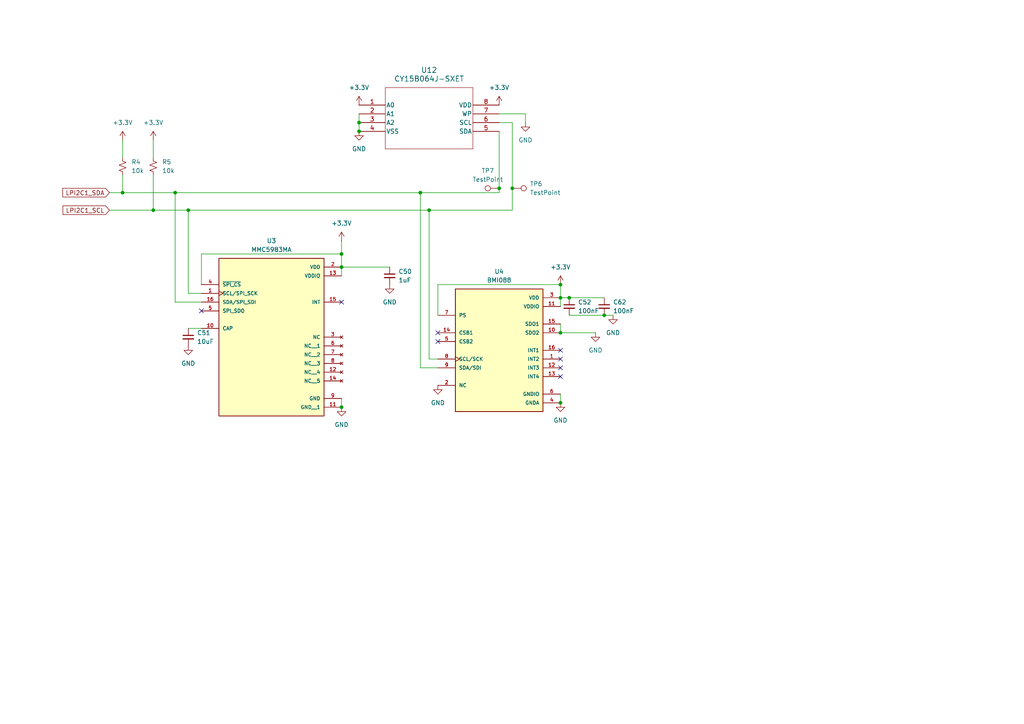
<source format=kicad_sch>
(kicad_sch (version 20250114) (generator "eeschema") (generator_version "9.0")
  (paper "A4")
  (title_block (title "Payload Board for Pleiades Atlas") (rev "v0.2") (company "Northeastern University") (comment 1 "Designed by Madhav Kapa"))
  (lib_symbols
    (symbol "BMI088:BMI088" (pin_names (offset 1.016))
      (property "Reference" "U" (at -12.7 18.415 0))
      (property "Value" "BMI088" (at -12.7 -20.32 0))
      (symbol "BMI088_0_0"
        (rectangle (start -12.7 -17.78) (end 12.7 17.78) (stroke (width 0.254)) (fill (type background)))
        (pin input line (at -17.78 10.16 0) (length 5.08) (name "PS") (number "7"))
        (pin input line (at -17.78 5.08 0) (length 5.08) (name "CSB1") (number "14"))
        (pin input line (at -17.78 2.54 0) (length 5.08) (name "CSB2") (number "5"))
        (pin input clock (at -17.78 -2.54 0) (length 5.08) (name "SCL/SCK") (number "8"))
        (pin bidirectional line (at -17.78 -5.08 0) (length 5.08) (name "SDA/SDI") (number "9"))
        (pin passive line (at -17.78 -10.16 0) (length 5.08) (name "NC") (number "2"))
        (pin power_in line (at 17.78 15.24 180) (length 5.08) (name "VDD") (number "3"))
        (pin power_in line (at 17.78 12.7 180) (length 5.08) (name "VDDIO") (number "11"))
        (pin output line (at 17.78 7.62 180) (length 5.08) (name "SDO1") (number "15"))
        (pin output line (at 17.78 5.08 180) (length 5.08) (name "SDO2") (number "10"))
        (pin bidirectional line (at 17.78 0 180) (length 5.08) (name "INT1") (number "16"))
        (pin bidirectional line (at 17.78 -2.54 180) (length 5.08) (name "INT2") (number "1"))
        (pin bidirectional line (at 17.78 -5.08 180) (length 5.08) (name "INT3") (number "12"))
        (pin bidirectional line (at 17.78 -7.62 180) (length 5.08) (name "INT4") (number "13"))
        (pin power_in line (at 17.78 -12.7 180) (length 5.08) (name "GNDIO") (number "6"))
        (pin power_in line (at 17.78 -15.24 180) (length 5.08) (name "GNDA") (number "4"))
      )
    )
    (symbol "CY15B064J-SXET:CY15B064J-SXET" (pin_names (offset 0.254))
      (property "Reference" "U" (at 20.32 10.16 0))
      (property "Value" "CY15B064J-SXET" (at 20.32 7.62 0))
      (symbol "CY15B064J-SXET_0_1"
        (polyline (pts (xy 7.62 5.08) (xy 7.62 -12.7)) (stroke (width 0.127)))
        (polyline (pts (xy 7.62 -12.7) (xy 33.02 -12.7)) (stroke (width 0.127)))
        (polyline (pts (xy 33.02 5.08) (xy 7.62 5.08)) (stroke (width 0.127)))
        (polyline (pts (xy 33.02 -12.7) (xy 33.02 5.08)) (stroke (width 0.127)))
        (pin input line (at 0 0 0) (length 7.62) (name "A0") (number "1"))
        (pin input line (at 0 -2.54 0) (length 7.62) (name "A1") (number "2"))
        (pin input line (at 0 -5.08 0) (length 7.62) (name "A2") (number "3"))
        (pin power_out line (at 0 -7.62 0) (length 7.62) (name "VSS") (number "4"))
        (pin power_in line (at 40.64 0 180) (length 7.62) (name "VDD") (number "8"))
        (pin input line (at 40.64 -2.54 180) (length 7.62) (name "WP") (number "7"))
        (pin input line (at 40.64 -5.08 180) (length 7.62) (name "SCL") (number "6"))
        (pin bidirectional line (at 40.64 -7.62 180) (length 7.62) (name "SDA") (number "5"))
      )
    )
    (symbol "Connector:TestPoint" (pin_numbers (hide yes)) (pin_names (offset 0.762) (hide yes))
      (property "Reference" "TP" (at 0 6.858 0))
      (property "Value" "TestPoint" (at 0 5.08 0))
      (symbol "TestPoint_0_1"
        (circle (center 0 3.302) (radius 0.762))
      )
      (symbol "TestPoint_1_1"
        (pin passive line (at 0 0 90) (length 2.54) (name "1") (number "1"))
      )
    )
    (symbol "Device:C_Small" (pin_numbers (hide yes)) (pin_names (offset 0.254) (hide yes))
      (property "Reference" "C" (at 0.254 1.778 0))
      (property "Value" "C_Small" (at 0.254 -2.032 0))
      (symbol "C_Small_0_1"
        (polyline (pts (xy -1.524 0.508) (xy 1.524 0.508)) (stroke (width 0.3048)))
        (polyline (pts (xy -1.524 -0.508) (xy 1.524 -0.508)) (stroke (width 0.3302)))
      )
      (symbol "C_Small_1_1"
        (pin passive line (at 0 2.54 270) (length 2.032) (name "~") (number "1"))
        (pin passive line (at 0 -2.54 90) (length 2.032) (name "~") (number "2"))
      )
    )
    (symbol "Device:R_Small_US" (pin_numbers (hide yes)) (pin_names (offset 0.254) (hide yes))
      (property "Reference" "R" (at 0.762 0.508 0))
      (property "Value" "R_Small_US" (at 0.762 -1.016 0))
      (symbol "R_Small_US_1_1"
        (polyline (pts (xy 0 1.524) (xy 1.016 1.143) (xy 0 0.762) (xy -1.016 0.381) (xy 0 0)))
        (polyline (pts (xy 0 0) (xy 1.016 -0.381) (xy 0 -0.762) (xy -1.016 -1.143) (xy 0 -1.524)))
        (pin passive line (at 0 2.54 270) (length 1.016) (name "~") (number "1"))
        (pin passive line (at 0 -2.54 90) (length 1.016) (name "~") (number "2"))
      )
    )
    (symbol "MMC5983MA:MMC5983MA" (pin_names (offset 1.016))
      (property "Reference" "U" (at -15.24 15.24 0))
      (property "Value" "MMC5983MA" (at -15.24 -33.02 0))
      (symbol "MMC5983MA_0_0"
        (rectangle (start -15.24 -30.48) (end 15.24 15.24) (stroke (width 0.254)) (fill (type background)))
        (pin input line (at -20.32 7.62 0) (length 5.08) (name "~{SPI_CS}") (number "4"))
        (pin input clock (at -20.32 5.08 0) (length 5.08) (name "SCL/SPI_SCK") (number "1"))
        (pin bidirectional line (at -20.32 2.54 0) (length 5.08) (name "SDA/SPI_SDI") (number "16"))
        (pin output line (at -20.32 0 0) (length 5.08) (name "SPI_SDO") (number "5"))
        (pin passive line (at -20.32 -5.08 0) (length 5.08) (name "CAP") (number "10"))
        (pin power_in line (at 20.32 12.7 180) (length 5.08) (name "VDD") (number "2"))
        (pin power_in line (at 20.32 10.16 180) (length 5.08) (name "VDDIO") (number "13"))
        (pin output line (at 20.32 2.54 180) (length 5.08) (name "INT") (number "15"))
        (pin no_connect line (at 20.32 -7.62 180) (length 5.08) (name "NC") (number "3"))
        (pin no_connect line (at 20.32 -10.16 180) (length 5.08) (name "NC__1") (number "6"))
        (pin no_connect line (at 20.32 -12.7 180) (length 5.08) (name "NC__2") (number "7"))
        (pin no_connect line (at 20.32 -15.24 180) (length 5.08) (name "NC__3") (number "8"))
        (pin no_connect line (at 20.32 -17.78 180) (length 5.08) (name "NC__4") (number "12"))
        (pin no_connect line (at 20.32 -20.32 180) (length 5.08) (name "NC__5") (number "14"))
        (pin power_in line (at 20.32 -25.4 180) (length 5.08) (name "GND") (number "9"))
        (pin power_in line (at 20.32 -27.94 180) (length 5.08) (name "GND__1") (number "11"))
      )
    )
    (symbol "power:+3.3V" (power) (pin_numbers (hide yes)) (pin_names (offset 0) (hide yes))
      (property "Value" "+3.3V" (at 0 3.556 0))
      (symbol "+3.3V_0_1"
        (polyline (pts (xy -0.762 1.27) (xy 0 2.54)))
        (polyline (pts (xy 0 2.54) (xy 0.762 1.27)))
        (polyline (pts (xy 0 0) (xy 0 2.54)))
      )
      (symbol "+3.3V_1_1"
        (pin power_in line (at 0 0 90) (length 0) (name "~") (number "1"))
      )
    )
    (symbol "power:GND" (power) (pin_numbers (hide yes)) (pin_names (offset 0) (hide yes))
      (property "Value" "GND" (at 0 -3.81 0))
      (symbol "GND_0_1"
        (polyline (pts (xy 0 0) (xy 0 -1.27) (xy 1.27 -1.27) (xy 0 -2.54) (xy -1.27 -1.27) (xy 0 -1.27)))
      )
      (symbol "GND_1_1"
        (pin power_in line (at 0 0 270) (length 0) (name "~") (number "1"))
      )
    )
  )
  (junction (at 124.46 60.96))
  (junction (at 162.56 86.36))
  (junction (at 165.1 86.36))
  (junction (at 104.14 35.56))
  (junction (at 35.56 55.88))
  (junction (at 148.59 54.61))
  (junction (at 99.06 77.47))
  (junction (at 104.14 38.1))
  (junction (at 175.26 91.44))
  (junction (at 162.56 82.55))
  (junction (at 162.56 96.52))
  (junction (at 99.06 118.11))
  (junction (at 50.8 55.88))
  (junction (at 144.78 54.61))
  (junction (at 54.61 60.96))
  (junction (at 44.45 60.96))
  (junction (at 121.92 55.88))
  (junction (at 162.56 116.84))
  (junction (at 99.06 73.66))
  (no_connect (at 162.56 109.22))
  (no_connect (at 127 99.06))
  (no_connect (at 99.06 87.63))
  (no_connect (at 162.56 106.68))
  (no_connect (at 162.56 101.6))
  (no_connect (at 127 96.52))
  (no_connect (at 58.42 90.17))
  (no_connect (at 162.56 104.14))
  (wire (pts (xy 165.1 91.44) (xy 175.26 91.44)))
  (wire (pts (xy 99.06 73.66) (xy 99.06 77.47)))
  (wire (pts (xy 104.14 35.56) (xy 104.14 38.1)))
  (wire (pts (xy 58.42 82.55) (xy 58.42 73.66)))
  (wire (pts (xy 124.46 60.96) (xy 148.59 60.96)))
  (wire (pts (xy 144.78 54.61) (xy 144.78 55.88)))
  (wire (pts (xy 50.8 55.88) (xy 121.92 55.88)))
  (wire (pts (xy 44.45 40.64) (xy 44.45 45.72)))
  (wire (pts (xy 99.06 77.47) (xy 113.03 77.47)))
  (wire (pts (xy 58.42 73.66) (xy 99.06 73.66)))
  (wire (pts (xy 162.56 93.98) (xy 162.56 96.52)))
  (wire (pts (xy 144.78 33.02) (xy 152.4 33.02)))
  (wire (pts (xy 54.61 60.96) (xy 124.46 60.96)))
  (wire (pts (xy 58.42 85.09) (xy 54.61 85.09)))
  (wire (pts (xy 99.06 77.47) (xy 99.06 80.01)))
  (wire (pts (xy 162.56 82.55) (xy 162.56 86.36)))
  (wire (pts (xy 162.56 86.36) (xy 162.56 88.9)))
  (wire (pts (xy 50.8 87.63) (xy 50.8 55.88)))
  (wire (pts (xy 177.8 91.44) (xy 175.26 91.44)))
  (wire (pts (xy 162.56 114.3) (xy 162.56 116.84)))
  (wire (pts (xy 104.14 33.02) (xy 104.14 35.56)))
  (wire (pts (xy 35.56 50.8) (xy 35.56 55.88)))
  (wire (pts (xy 127 104.14) (xy 124.46 104.14)))
  (wire (pts (xy 152.4 33.02) (xy 152.4 35.56)))
  (wire (pts (xy 35.56 55.88) (xy 50.8 55.88)))
  (wire (pts (xy 99.06 115.57) (xy 99.06 118.11)))
  (wire (pts (xy 165.1 86.36) (xy 175.26 86.36)))
  (wire (pts (xy 144.78 38.1) (xy 144.78 54.61)))
  (wire (pts (xy 124.46 104.14) (xy 124.46 60.96)))
  (wire (pts (xy 44.45 60.96) (xy 54.61 60.96)))
  (wire (pts (xy 148.59 54.61) (xy 148.59 60.96)))
  (wire (pts (xy 54.61 85.09) (xy 54.61 60.96)))
  (wire (pts (xy 121.92 55.88) (xy 144.78 55.88)))
  (wire (pts (xy 162.56 86.36) (xy 165.1 86.36)))
  (wire (pts (xy 35.56 40.64) (xy 35.56 45.72)))
  (wire (pts (xy 127 82.55) (xy 162.56 82.55)))
  (wire (pts (xy 31.75 60.96) (xy 44.45 60.96)))
  (wire (pts (xy 54.61 95.25) (xy 58.42 95.25)))
  (wire (pts (xy 58.42 87.63) (xy 50.8 87.63)))
  (wire (pts (xy 31.75 55.88) (xy 35.56 55.88)))
  (wire (pts (xy 127 91.44) (xy 127 82.55)))
  (wire (pts (xy 127 106.68) (xy 121.92 106.68)))
  (wire (pts (xy 144.78 35.56) (xy 148.59 35.56)))
  (wire (pts (xy 162.56 96.52) (xy 172.72 96.52)))
  (wire (pts (xy 121.92 55.88) (xy 121.92 106.68)))
  (wire (pts (xy 99.06 69.85) (xy 99.06 73.66)))
  (wire (pts (xy 148.59 35.56) (xy 148.59 54.61)))
  (wire (pts (xy 44.45 50.8) (xy 44.45 60.96)))
  (global_label "LPI2C1_SCL" (shape input) (at 31.75 60.96 180) (property "Intersheetrefs" "${INTERSHEET_REFS}" (effects (hide yes))))
  (global_label "LPI2C1_SDA" (shape input) (at 31.75 55.88 180) (property "Intersheetrefs" "${INTERSHEET_REFS}" (effects (hide yes))))
  (symbol (lib_id "power:+3.3V") (at 35.56 40.64 0) (unit 1)
    (property "Reference" "#PWR039" (effects (hide yes)))
    (property "Value" "+3.3V" (at 35.56 35.56 0))
    (property "Description" "Power symbol creates a global label with name \"+3.3V\"" (effects (hide yes)))
  )
  (symbol (lib_id "Device:C_Small") (at 175.26 88.9 0) (unit 1)
    (property "Reference" "C62" (at 177.8 87.6362 0) (effects (justify left)))
    (property "Value" "100nF" (at 177.8 90.1762 0) (effects (justify left)))
    (property "Footprint" "Capacitor_SMD:C_0201_0603Metric" (effects (hide yes)))
    (property "Description" "Unpolarized capacitor, small symbol" (effects (hide yes)))
  )
  (symbol (lib_id "power:+3.3V") (at 44.45 40.64 0) (unit 1)
    (property "Reference" "#PWR040" (effects (hide yes)))
    (property "Value" "+3.3V" (at 44.45 35.56 0))
    (property "Description" "Power symbol creates a global label with name \"+3.3V\"" (effects (hide yes)))
  )
  (symbol (lib_id "power:GND") (at 177.8 91.44 0) (unit 1)
    (property "Reference" "#PWR083" (effects (hide yes)))
    (property "Value" "GND" (at 177.8 96.52 0))
    (property "Description" "Power symbol creates a global label with name \"GND\" , ground" (effects (hide yes)))
  )
  (symbol (lib_id "Device:C_Small") (at 54.61 97.79 0) (unit 1)
    (property "Reference" "C51" (at 57.15 96.5262 0) (effects (justify left)))
    (property "Value" "10uF" (at 57.15 99.0662 0) (effects (justify left)))
    (property "Footprint" "Capacitor_SMD:C_0402_1005Metric" (effects (hide yes)))
    (property "Description" "Unpolarized capacitor, small symbol" (effects (hide yes)))
  )
  (symbol (lib_id "Device:R_Small_US") (at 35.56 48.26 0) (unit 1)
    (property "Reference" "R4" (at 38.1 46.9899 0) (effects (justify left)))
    (property "Value" "10k" (at 38.1 49.5299 0) (effects (justify left)))
    (property "Footprint" "Resistor_SMD:R_0402_1005Metric" (effects (hide yes)))
    (property "Description" "Resistor, small US symbol" (effects (hide yes)))
  )
  (symbol (lib_id "Device:C_Small") (at 165.1 88.9 0) (unit 1)
    (property "Reference" "C52" (at 167.64 87.6362 0) (effects (justify left)))
    (property "Value" "100nF" (at 167.64 90.1762 0) (effects (justify left)))
    (property "Footprint" "Capacitor_SMD:C_0201_0603Metric" (effects (hide yes)))
    (property "Description" "Unpolarized capacitor, small symbol" (effects (hide yes)))
  )
  (symbol (lib_id "MMC5983MA:MMC5983MA") (at 78.74 90.17 0) (unit 1)
    (property "Reference" "U3" (at 78.74 69.85 0))
    (property "Value" "MMC5983MA" (at 78.74 72.39 0))
    (property "Footprint" "footprints:MMC5983MA_MEM" (effects (hide yes)))
    (property "PARTREV" "A" (effects (hide yes)))
    (property "STANDARD" "IPC 7351B" (effects (hide yes)))
    (property "MAXIMUM_PACKAGE_HEIGHT" "1.00 mm" (effects (hide yes)))
    (property "MANUFACTURER" "Memsic Inc." (effects (hide yes)))
  )
  (symbol (lib_id "power:GND") (at 99.06 118.11 0) (unit 1)
    (property "Reference" "#PWR044" (effects (hide yes)))
    (property "Value" "GND" (at 99.06 123.19 0))
    (property "Description" "Power symbol creates a global label with name \"GND\" , ground" (effects (hide yes)))
  )
  (symbol (lib_id "CY15B064J-SXET:CY15B064J-SXET") (at 104.14 30.48 0) (unit 1)
    (property "Reference" "U12" (at 124.46 20.32 0) (effects (font (size 1.524 1.524))))
    (property "Value" "CY15B064J-SXET" (at 124.46 22.86 0) (effects (font (size 1.524 1.524))))
    (property "Footprint" "footprints:SO8_CY15_CYP" (effects (hide yes)))
    (property "Datasheet" "CY15B064J-SXET" (effects (hide yes)))
  )
  (symbol (lib_id "power:GND") (at 152.4 35.56 0) (unit 1)
    (property "Reference" "#PWR072" (effects (hide yes)))
    (property "Value" "GND" (at 152.4 40.64 0))
    (property "Description" "Power symbol creates a global label with name \"GND\" , ground" (effects (hide yes)))
  )
  (symbol (lib_id "power:GND") (at 162.56 116.84 0) (unit 1)
    (property "Reference" "#PWR046" (effects (hide yes)))
    (property "Value" "GND" (at 162.56 121.92 0))
    (property "Description" "Power symbol creates a global label with name \"GND\" , ground" (effects (hide yes)))
  )
  (symbol (lib_id "BMI088:BMI088") (at 144.78 101.6 0) (unit 1)
    (property "Reference" "U4" (at 144.78 78.74 0))
    (property "Value" "BMI088" (at 144.78 81.28 0))
    (property "Footprint" "footprints:QFN_BMI085_BOS" (effects (hide yes)))
    (property "MF" "Bosch Sensortec" (effects (hide yes)))
    (property "PURCHASE-URL" "https://pricing.snapeda.com/search/part/BMI088/?ref=eda" (effects (hide yes)))
    (property "PACKAGE" "VFLGA-16 Bosch Sensortec" (effects (hide yes)))
    (property "PRICE" "None" (effects (hide yes)))
    (property "MP" "BMI088" (effects (hide yes)))
    (property "AVAILABILITY" "In Stock" (effects (hide yes)))
    (property "DESCRIPTION" "Accelerometer, Gyroscope, 6 Axis Sensor I²C, SPI Output" (effects (hide yes)))
  )
  (symbol (lib_id "power:+3.3V") (at 104.14 30.48 0) (unit 1)
    (property "Reference" "#PWR080" (effects (hide yes)))
    (property "Value" "+3.3V" (at 104.14 25.4 0))
    (property "Description" "Power symbol creates a global label with name \"+3.3V\"" (effects (hide yes)))
  )
  (symbol (lib_id "Device:R_Small_US") (at 44.45 48.26 0) (unit 1)
    (property "Reference" "R5" (at 46.99 46.9899 0) (effects (justify left)))
    (property "Value" "10k" (at 46.99 49.5299 0) (effects (justify left)))
    (property "Footprint" "Resistor_SMD:R_0402_1005Metric" (effects (hide yes)))
    (property "Description" "Resistor, small US symbol" (effects (hide yes)))
  )
  (symbol (lib_id "power:+3.3V") (at 162.56 82.55 0) (unit 1)
    (property "Reference" "#PWR045" (effects (hide yes)))
    (property "Value" "+3.3V" (at 162.56 77.47 0))
    (property "Description" "Power symbol creates a global label with name \"+3.3V\"" (effects (hide yes)))
  )
  (symbol (lib_id "Device:C_Small") (at 113.03 80.01 0) (unit 1)
    (property "Reference" "C50" (at 115.57 78.7462 0) (effects (justify left)))
    (property "Value" "1uF" (at 115.57 81.2862 0) (effects (justify left)))
    (property "Footprint" "Capacitor_SMD:C_0201_0603Metric" (effects (hide yes)))
    (property "Description" "Unpolarized capacitor, small symbol" (effects (hide yes)))
  )
  (symbol (lib_id "power:GND") (at 127 111.76 0) (unit 1)
    (property "Reference" "#PWR092" (effects (hide yes)))
    (property "Value" "GND" (at 127 116.84 0))
    (property "Description" "Power symbol creates a global label with name \"GND\" , ground" (effects (hide yes)))
  )
  (symbol (lib_id "power:+3.3V") (at 144.78 30.48 0) (unit 1)
    (property "Reference" "#PWR074" (effects (hide yes)))
    (property "Value" "+3.3V" (at 144.78 25.4 0))
    (property "Description" "Power symbol creates a global label with name \"+3.3V\"" (effects (hide yes)))
  )
  (symbol (lib_id "Connector:TestPoint") (at 148.59 54.61 270) (unit 1)
    (property "Reference" "TP6" (at 153.67 53.3399 90) (effects (justify left)))
    (property "Value" "TestPoint" (at 153.67 55.8799 90) (effects (justify left)))
    (property "Footprint" "TestPoint:TestPoint_Pad_D1.5mm" (effects (hide yes)))
    (property "Description" "test point" (effects (hide yes)))
  )
  (symbol (lib_id "power:GND") (at 172.72 96.52 0) (unit 1)
    (property "Reference" "#PWR047" (effects (hide yes)))
    (property "Value" "GND" (at 172.72 101.6 0))
    (property "Description" "Power symbol creates a global label with name \"GND\" , ground" (effects (hide yes)))
  )
  (symbol (lib_id "power:+3.3V") (at 99.06 69.85 0) (unit 1)
    (property "Reference" "#PWR041" (effects (hide yes)))
    (property "Value" "+3.3V" (at 99.06 64.77 0))
    (property "Description" "Power symbol creates a global label with name \"+3.3V\"" (effects (hide yes)))
  )
  (symbol (lib_id "power:GND") (at 54.61 100.33 0) (unit 1)
    (property "Reference" "#PWR043" (effects (hide yes)))
    (property "Value" "GND" (at 54.61 105.41 0))
    (property "Description" "Power symbol creates a global label with name \"GND\" , ground" (effects (hide yes)))
  )
  (symbol (lib_id "Connector:TestPoint") (at 144.78 54.61 90) (unit 1)
    (property "Reference" "TP7" (at 141.478 49.53 90))
    (property "Value" "TestPoint" (at 141.478 52.07 90))
    (property "Footprint" "TestPoint:TestPoint_Pad_D1.5mm" (effects (hide yes)))
    (property "Description" "test point" (effects (hide yes)))
  )
  (symbol (lib_id "power:GND") (at 104.14 38.1 0) (unit 1)
    (property "Reference" "#PWR077" (effects (hide yes)))
    (property "Value" "GND" (at 104.14 43.18 0))
    (property "Description" "Power symbol creates a global label with name \"GND\" , ground" (effects (hide yes)))
  )
  (symbol (lib_id "power:GND") (at 113.03 82.55 0) (unit 1)
    (property "Reference" "#PWR042" (effects (hide yes)))
    (property "Value" "GND" (at 113.03 87.63 0))
    (property "Description" "Power symbol creates a global label with name \"GND\" , ground" (effects (hide yes)))
  )
)
</source>
